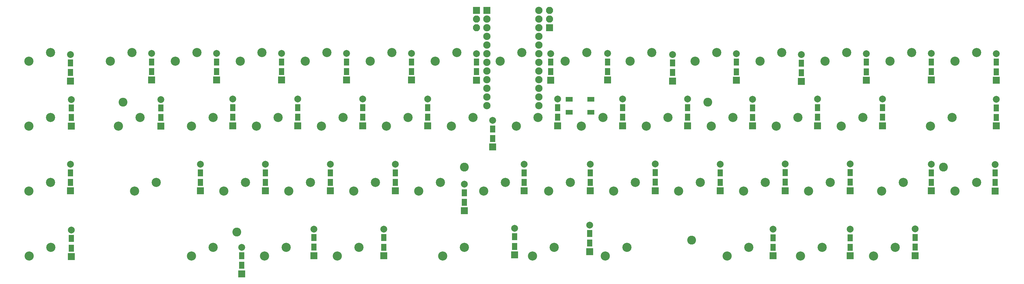
<source format=gbs>
G04 #@! TF.GenerationSoftware,KiCad,Pcbnew,(5.1.2)-1*
G04 #@! TF.CreationDate,2020-06-05T12:57:31-05:00*
G04 #@! TF.ProjectId,NightmarePCB fixed NKRO,4e696768-746d-4617-9265-504342206669,rev?*
G04 #@! TF.SameCoordinates,Original*
G04 #@! TF.FileFunction,Soldermask,Bot*
G04 #@! TF.FilePolarity,Negative*
%FSLAX46Y46*%
G04 Gerber Fmt 4.6, Leading zero omitted, Abs format (unit mm)*
G04 Created by KiCad (PCBNEW (5.1.2)-1) date 2020-06-05 12:57:31*
%MOMM*%
%LPD*%
G04 APERTURE LIST*
%ADD10R,2.100000X2.100000*%
%ADD11O,2.100000X2.100000*%
%ADD12R,2.100000X1.400000*%
%ADD13C,2.686000*%
%ADD14C,2.152600*%
%ADD15R,2.152600X2.152600*%
%ADD16R,2.000000X2.000000*%
%ADD17C,2.000000*%
%ADD18R,1.600000X2.000000*%
%ADD19C,2.600000*%
G04 APERTURE END LIST*
D10*
X335732120Y-98356420D03*
D11*
X335732120Y-95816420D03*
X335732120Y-93276420D03*
D10*
X314360560Y-93261180D03*
D11*
X314360560Y-95801180D03*
X314360560Y-98341180D03*
D12*
X341520380Y-123177380D03*
X347820380Y-123177380D03*
X341520380Y-119377380D03*
X347820380Y-119377380D03*
D13*
X387781800Y-165303200D03*
X394131800Y-162763200D03*
X352069400Y-165328600D03*
X358419400Y-162788600D03*
X304444400Y-165328600D03*
X310794400Y-162788600D03*
X273507200Y-165328600D03*
X279857200Y-162788600D03*
D14*
X332638400Y-93248480D03*
X317398400Y-121188480D03*
X332638400Y-95788480D03*
X332638400Y-98328480D03*
X332638400Y-100868480D03*
X332638400Y-103408480D03*
X332638400Y-105948480D03*
X332638400Y-108488480D03*
X332638400Y-111028480D03*
X332638400Y-113568480D03*
X332638400Y-116108480D03*
X332638400Y-118648480D03*
X332638400Y-121188480D03*
X317398400Y-118648480D03*
X317398400Y-116108480D03*
X317398400Y-113568480D03*
X317398400Y-111028480D03*
X317398400Y-108488480D03*
X317398400Y-105948480D03*
X317398400Y-103408480D03*
X317398400Y-100868480D03*
X317398400Y-98328480D03*
X317398400Y-95788480D03*
D15*
X317398400Y-93248480D03*
D13*
X447436496Y-127238016D03*
X453786496Y-124698016D03*
X421242768Y-127238016D03*
X427592768Y-124698016D03*
D16*
X195262336Y-114002248D03*
D17*
X195262336Y-106202248D03*
D18*
X195262336Y-108702248D03*
X195262336Y-111502248D03*
D16*
X219074816Y-113704592D03*
D17*
X219074816Y-105904592D03*
D18*
X219074816Y-108404592D03*
X219074816Y-111204592D03*
D16*
X238124800Y-113704592D03*
D17*
X238124800Y-105904592D03*
D18*
X238124800Y-108404592D03*
X238124800Y-111204592D03*
D16*
X257174784Y-113704592D03*
D17*
X257174784Y-105904592D03*
D18*
X257174784Y-108404592D03*
X257174784Y-111204592D03*
D16*
X276224768Y-113704592D03*
D17*
X276224768Y-105904592D03*
D18*
X276224768Y-108404592D03*
X276224768Y-111204592D03*
X295274752Y-111204592D03*
X295274752Y-108404592D03*
D17*
X295274752Y-105904592D03*
D16*
X295274752Y-113704592D03*
X314324736Y-113735064D03*
D17*
X314324736Y-105935064D03*
D18*
X314324736Y-108435064D03*
X314324736Y-111235064D03*
D16*
X336053624Y-113735064D03*
D17*
X336053624Y-105935064D03*
D18*
X336053624Y-108435064D03*
X336053624Y-111235064D03*
X352722360Y-111204592D03*
X352722360Y-108404592D03*
D17*
X352722360Y-105904592D03*
D16*
X352722360Y-113704592D03*
D18*
X371772344Y-111502248D03*
X371772344Y-108702248D03*
D17*
X371772344Y-106202248D03*
D16*
X371772344Y-114002248D03*
X390524672Y-113765536D03*
D17*
X390524672Y-105965536D03*
D18*
X390524672Y-108465536D03*
X390524672Y-111265536D03*
X409574656Y-111563192D03*
X409574656Y-108763192D03*
D17*
X409574656Y-106263192D03*
D16*
X409574656Y-114063192D03*
X428624640Y-113765536D03*
D17*
X428624640Y-105965536D03*
D18*
X428624640Y-108465536D03*
X428624640Y-111265536D03*
D16*
X466724608Y-113765536D03*
D17*
X466724608Y-105965536D03*
D18*
X466724608Y-108465536D03*
X466724608Y-111265536D03*
D16*
X195559992Y-127217864D03*
D17*
X195559992Y-119417864D03*
D18*
X195559992Y-121917864D03*
X195559992Y-124717864D03*
X221753720Y-124717864D03*
X221753720Y-121917864D03*
D17*
X221753720Y-119417864D03*
D16*
X221753720Y-127217864D03*
X242887296Y-127099112D03*
D17*
X242887296Y-119299112D03*
D18*
X242887296Y-121799112D03*
X242887296Y-124599112D03*
X261937280Y-124599112D03*
X261937280Y-121799112D03*
D17*
X261937280Y-119299112D03*
D16*
X261937280Y-127099112D03*
X280987264Y-127099112D03*
D17*
X280987264Y-119299112D03*
D18*
X280987264Y-121799112D03*
X280987264Y-124599112D03*
D16*
X300037248Y-127099112D03*
D17*
X300037248Y-119299112D03*
D18*
X300037248Y-121799112D03*
X300037248Y-124599112D03*
X319087232Y-130849888D03*
X319087232Y-128049888D03*
D17*
X319087232Y-125549888D03*
D16*
X319087232Y-133349888D03*
D18*
X338137216Y-124599112D03*
X338137216Y-121799112D03*
D17*
X338137216Y-119299112D03*
D16*
X338137216Y-127099112D03*
D18*
X357187200Y-124599112D03*
X357187200Y-121799112D03*
D17*
X357187200Y-119299112D03*
D16*
X357187200Y-127099112D03*
D18*
X376237184Y-124599112D03*
X376237184Y-121799112D03*
D17*
X376237184Y-119299112D03*
D16*
X376237184Y-127099112D03*
X395287168Y-127160056D03*
D17*
X395287168Y-119360056D03*
D18*
X395287168Y-121860056D03*
X395287168Y-124660056D03*
D16*
X414337152Y-127099112D03*
D17*
X414337152Y-119299112D03*
D18*
X414337152Y-121799112D03*
X414337152Y-124599112D03*
D16*
X433387136Y-127099112D03*
D17*
X433387136Y-119299112D03*
D18*
X433387136Y-121799112D03*
X433387136Y-124599112D03*
X447674624Y-111204592D03*
X447674624Y-108404592D03*
D17*
X447674624Y-105904592D03*
D16*
X447674624Y-113704592D03*
D18*
X195262336Y-143710040D03*
X195262336Y-140910040D03*
D17*
X195262336Y-138410040D03*
D16*
X195262336Y-146210040D03*
X233362304Y-146210040D03*
D17*
X233362304Y-138410040D03*
D18*
X233362304Y-140910040D03*
X233362304Y-143710040D03*
X252412288Y-143710040D03*
X252412288Y-140910040D03*
D17*
X252412288Y-138410040D03*
D16*
X252412288Y-146210040D03*
X271462272Y-146210040D03*
D17*
X271462272Y-138410040D03*
D18*
X271462272Y-140910040D03*
X271462272Y-143710040D03*
X290512256Y-143710040D03*
X290512256Y-140910040D03*
D17*
X290512256Y-138410040D03*
D16*
X290512256Y-146210040D03*
X310750000Y-152050000D03*
D17*
X310750000Y-144250000D03*
D18*
X310750000Y-146750000D03*
X310750000Y-149550000D03*
X328314568Y-143710040D03*
X328314568Y-140910040D03*
D17*
X328314568Y-138410040D03*
D16*
X328314568Y-146210040D03*
X347662208Y-146210040D03*
D17*
X347662208Y-138410040D03*
D18*
X347662208Y-140910040D03*
X347662208Y-143710040D03*
X366712192Y-143649096D03*
X366712192Y-140849096D03*
D17*
X366712192Y-138349096D03*
D16*
X366712192Y-146149096D03*
D18*
X385762176Y-143710040D03*
X385762176Y-140910040D03*
D17*
X385762176Y-138410040D03*
D16*
X385762176Y-146210040D03*
X404812160Y-146149096D03*
D17*
X404812160Y-138349096D03*
D18*
X404812160Y-140849096D03*
X404812160Y-143649096D03*
X423862144Y-143649096D03*
X423862144Y-140849096D03*
D17*
X423862144Y-138349096D03*
D16*
X423862144Y-146149096D03*
X447674624Y-146210040D03*
D17*
X447674624Y-138410040D03*
D18*
X447674624Y-140910040D03*
X447674624Y-143710040D03*
X466724608Y-124660056D03*
X466724608Y-121860056D03*
D17*
X466724608Y-119360056D03*
D16*
X466724608Y-127160056D03*
X245500000Y-170550000D03*
D17*
X245500000Y-162750000D03*
D18*
X245500000Y-165250000D03*
X245500000Y-168050000D03*
X266699776Y-162729552D03*
X266699776Y-159929552D03*
D17*
X266699776Y-157429552D03*
D16*
X266699776Y-165229552D03*
X347500000Y-164050000D03*
D17*
X347500000Y-156250000D03*
D18*
X347500000Y-158750000D03*
X347500000Y-161550000D03*
X423862144Y-162760024D03*
X423862144Y-159960024D03*
D17*
X423862144Y-157460024D03*
D16*
X423862144Y-165260024D03*
X442912128Y-165199080D03*
D17*
X442912128Y-157399080D03*
D18*
X442912128Y-159899080D03*
X442912128Y-162699080D03*
X466426952Y-143767848D03*
X466426952Y-140967848D03*
D17*
X466426952Y-138467848D03*
D16*
X466426952Y-146267848D03*
X195559992Y-165496736D03*
D17*
X195559992Y-157696736D03*
D18*
X195559992Y-160196736D03*
X195559992Y-162996736D03*
D13*
X189468125Y-105648125D03*
X183118125Y-108188125D03*
X213280448Y-105648032D03*
X206930448Y-108188032D03*
X232330432Y-105648032D03*
X225980432Y-108188032D03*
X251380416Y-105648032D03*
X245030416Y-108188032D03*
X270430400Y-105648032D03*
X264080400Y-108188032D03*
X283130384Y-108188032D03*
X289480384Y-105648032D03*
X302180368Y-108188032D03*
X308530368Y-105648032D03*
X327580352Y-105648032D03*
X321230352Y-108188032D03*
X340280336Y-108188032D03*
X346630336Y-105648032D03*
X365680320Y-105648032D03*
X359330320Y-108188032D03*
X378380304Y-108188032D03*
X384730304Y-105648032D03*
X403780288Y-105648032D03*
X397430288Y-108188032D03*
X416480272Y-108188032D03*
X422830272Y-105648032D03*
X454580240Y-108188032D03*
X460930240Y-105648032D03*
X183117968Y-127238016D03*
X189467968Y-124698016D03*
X215661696Y-124698016D03*
X209311696Y-127238016D03*
X230742928Y-127238016D03*
X237092928Y-124698016D03*
X256142912Y-124698016D03*
X249792912Y-127238016D03*
X275192896Y-124698016D03*
X268842896Y-127238016D03*
X294242880Y-124698016D03*
X287892880Y-127238016D03*
X306942864Y-127238016D03*
X313292864Y-124698016D03*
X332342848Y-124698016D03*
X325992848Y-127238016D03*
X345042832Y-127238016D03*
X351392832Y-124698016D03*
X364092816Y-127238016D03*
X370442816Y-124698016D03*
X389492800Y-124698016D03*
X383142800Y-127238016D03*
X402192784Y-127238016D03*
X408542784Y-124698016D03*
X441880256Y-105648032D03*
X435530256Y-108188032D03*
X189467968Y-143748000D03*
X183117968Y-146288000D03*
X214074192Y-146288000D03*
X220424192Y-143748000D03*
X246617920Y-143748000D03*
X240267920Y-146288000D03*
X259317904Y-146288000D03*
X265667904Y-143748000D03*
X278367888Y-146288000D03*
X284717888Y-143748000D03*
X297417872Y-146288000D03*
X303767872Y-143748000D03*
X316467856Y-146288000D03*
X322817856Y-143748000D03*
X341867840Y-143748000D03*
X335517840Y-146288000D03*
X360917824Y-143748000D03*
X354567824Y-146288000D03*
X373617808Y-146288000D03*
X379967808Y-143748000D03*
X399017792Y-143748000D03*
X392667792Y-146288000D03*
X411717776Y-146288000D03*
X418067776Y-143748000D03*
X433149008Y-146288000D03*
X439499008Y-143748000D03*
X230742928Y-165337984D03*
X237092928Y-162797984D03*
X252154312Y-165337984D03*
X258504312Y-162797984D03*
X337105344Y-162797984D03*
X330755344Y-165337984D03*
X415686528Y-162797984D03*
X409336528Y-165337984D03*
X430767760Y-165337984D03*
X437117760Y-162797984D03*
X460930240Y-143748000D03*
X454580240Y-146288000D03*
X183137816Y-165337984D03*
X189487816Y-162797984D03*
D19*
X382168400Y-120180100D03*
X451243700Y-139230100D03*
X377405900Y-160629600D03*
X244055900Y-158280100D03*
X210731100Y-120167400D03*
X310743600Y-139230100D03*
D18*
X287147000Y-159940800D03*
X287147000Y-162740800D03*
D17*
X287147000Y-157440800D03*
D16*
X287147000Y-165240800D03*
X325501000Y-164986800D03*
D17*
X325501000Y-157186800D03*
D18*
X325501000Y-162486800D03*
X325501000Y-159686800D03*
X401294600Y-159966200D03*
X401294600Y-162766200D03*
D17*
X401294600Y-157466200D03*
D16*
X401294600Y-165266200D03*
M02*

</source>
